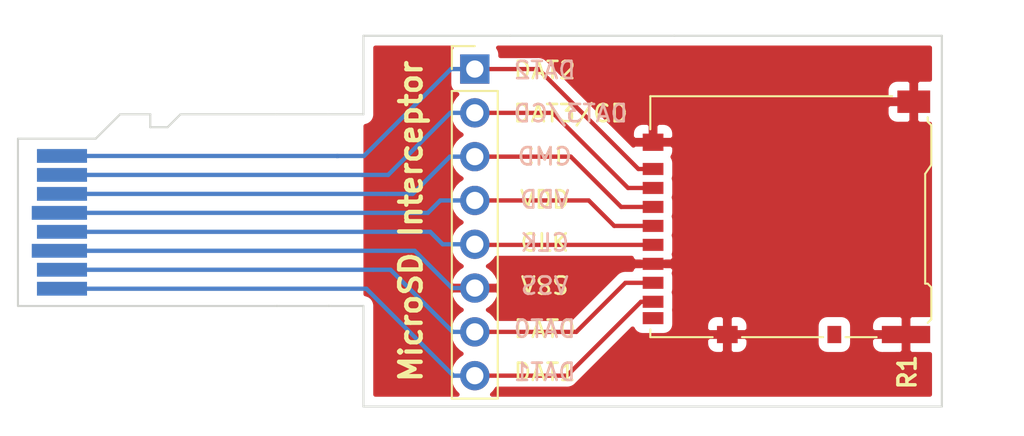
<source format=kicad_pcb>
(kicad_pcb (version 20171130) (host pcbnew 5.1.6)

  (general
    (thickness 1.6)
    (drawings 33)
    (tracks 53)
    (zones 0)
    (modules 3)
    (nets 11)
  )

  (page A4)
  (layers
    (0 F.Cu signal)
    (31 B.Cu signal)
    (32 B.Adhes user)
    (33 F.Adhes user)
    (34 B.Paste user)
    (35 F.Paste user)
    (36 B.SilkS user)
    (37 F.SilkS user)
    (38 B.Mask user)
    (39 F.Mask user)
    (40 Dwgs.User user)
    (41 Cmts.User user)
    (42 Eco1.User user)
    (43 Eco2.User user)
    (44 Edge.Cuts user)
    (45 Margin user)
    (46 B.CrtYd user)
    (47 F.CrtYd user)
    (48 B.Fab user)
    (49 F.Fab user)
  )

  (setup
    (last_trace_width 0.25)
    (trace_clearance 0.2)
    (zone_clearance 0.508)
    (zone_45_only no)
    (trace_min 0.2)
    (via_size 0.8)
    (via_drill 0.4)
    (via_min_size 0.4)
    (via_min_drill 0.3)
    (uvia_size 0.3)
    (uvia_drill 0.1)
    (uvias_allowed no)
    (uvia_min_size 0.2)
    (uvia_min_drill 0.1)
    (edge_width 0.05)
    (segment_width 0.2)
    (pcb_text_width 0.3)
    (pcb_text_size 1.5 1.5)
    (mod_edge_width 0.12)
    (mod_text_size 1 1)
    (mod_text_width 0.15)
    (pad_size 1.524 1.524)
    (pad_drill 0.762)
    (pad_to_mask_clearance 0.05)
    (aux_axis_origin 0 0)
    (visible_elements FFFFFF7F)
    (pcbplotparams
      (layerselection 0x010fc_ffffffff)
      (usegerberextensions false)
      (usegerberattributes true)
      (usegerberadvancedattributes true)
      (creategerberjobfile true)
      (excludeedgelayer true)
      (linewidth 0.100000)
      (plotframeref false)
      (viasonmask false)
      (mode 1)
      (useauxorigin false)
      (hpglpennumber 1)
      (hpglpenspeed 20)
      (hpglpendiameter 15.000000)
      (psnegative false)
      (psa4output false)
      (plotreference true)
      (plotvalue true)
      (plotinvisibletext false)
      (padsonsilk false)
      (subtractmaskfromsilk false)
      (outputformat 1)
      (mirror false)
      (drillshape 1)
      (scaleselection 1)
      (outputdirectory ""))
  )

  (net 0 "")
  (net 1 "Net-(J1-Pad1)")
  (net 2 "Net-(J1-Pad2)")
  (net 3 "Net-(J1-Pad3)")
  (net 4 "Net-(J1-Pad4)")
  (net 5 "Net-(J1-Pad5)")
  (net 6 GND)
  (net 7 "Net-(J1-Pad7)")
  (net 8 "Net-(J1-Pad8)")
  (net 9 "Net-(J3-Pad9)")
  (net 10 "Net-(J3-Pad10)")

  (net_class Default "This is the default net class."
    (clearance 0.2)
    (trace_width 0.25)
    (via_dia 0.8)
    (via_drill 0.4)
    (uvia_dia 0.3)
    (uvia_drill 0.1)
    (add_net GND)
    (add_net "Net-(J1-Pad1)")
    (add_net "Net-(J1-Pad2)")
    (add_net "Net-(J1-Pad3)")
    (add_net "Net-(J1-Pad4)")
    (add_net "Net-(J1-Pad5)")
    (add_net "Net-(J1-Pad7)")
    (add_net "Net-(J1-Pad8)")
    (add_net "Net-(J3-Pad10)")
    (add_net "Net-(J3-Pad9)")
  )

  (module Connector_Card:microSD_HC_Hirose_DM3AT-SF-PEJM5 (layer F.Cu) (tedit 5A1DBFB5) (tstamp 5F65FC19)
    (at 171.5 96.5 90)
    (descr "Micro SD, SMD, right-angle, push-pull (https://www.hirose.com/product/en/download_file/key_name/DM3AT-SF-PEJM5/category/Drawing%20(2D)/doc_file_id/44099/?file_category_id=6&item_id=06090031000&is_series=)")
    (tags "Micro SD")
    (path /5F676F50)
    (attr smd)
    (fp_text reference J3 (at -0.075 -9.525 90) (layer F.SilkS) hide
      (effects (font (size 1 1) (thickness 0.15)))
    )
    (fp_text value Micro_SD_Card_Det_Hirose_DM3AT (at -0.075 9.575 90) (layer F.Fab)
      (effects (font (size 1 1) (thickness 0.15)))
    )
    (fp_line (start -4.175 -2.725) (end -5.425 -1.825) (layer Dwgs.User) (width 0.1))
    (fp_line (start -4.875 -2.725) (end -5.425 -2.325) (layer Dwgs.User) (width 0.1))
    (fp_line (start -2.775 -2.725) (end -5 -1.125) (layer Dwgs.User) (width 0.1))
    (fp_line (start -5.425 -1.325) (end -3.475 -2.725) (layer Dwgs.User) (width 0.1))
    (fp_line (start -6.125 -0.825) (end -5.425 -1.325) (layer Dwgs.User) (width 0.1))
    (fp_line (start -6.125 -1.325) (end -5.975 -1.425) (layer Dwgs.User) (width 0.1))
    (fp_line (start -6.125 -0.325) (end -5.425 -0.825) (layer Dwgs.User) (width 0.1))
    (fp_line (start -6.125 0.175) (end -5.425 -0.325) (layer Dwgs.User) (width 0.1))
    (fp_line (start -6.125 0.675) (end -5.425 0.175) (layer Dwgs.User) (width 0.1))
    (fp_line (start -6.125 1.175) (end -5.425 0.675) (layer Dwgs.User) (width 0.1))
    (fp_line (start -6.125 1.675) (end -5.425 1.175) (layer Dwgs.User) (width 0.1))
    (fp_line (start -6.125 2.175) (end -5.425 1.675) (layer Dwgs.User) (width 0.1))
    (fp_line (start -6.125 2.675) (end -5.425 2.175) (layer Dwgs.User) (width 0.1))
    (fp_line (start -6.125 3.175) (end -5.425 2.675) (layer Dwgs.User) (width 0.1))
    (fp_line (start -6.125 3.675) (end -5.425 3.175) (layer Dwgs.User) (width 0.1))
    (fp_line (start -6.125 4.175) (end -5.425 3.675) (layer Dwgs.User) (width 0.1))
    (fp_line (start -6.125 4.675) (end -5.425 4.175) (layer Dwgs.User) (width 0.1))
    (fp_line (start -6.125 5.175) (end -5.425 4.675) (layer Dwgs.User) (width 0.1))
    (fp_line (start -6.125 5.675) (end -5.425 5.175) (layer Dwgs.User) (width 0.1))
    (fp_line (start -6.125 6.175) (end -5.425 5.675) (layer Dwgs.User) (width 0.1))
    (fp_line (start -6.475 0.225) (end -7.225 0.725) (layer Dwgs.User) (width 0.1))
    (fp_line (start -6.475 -0.275) (end -7.225 0.225) (layer Dwgs.User) (width 0.1))
    (fp_line (start -6.475 -0.775) (end -7.225 -0.275) (layer Dwgs.User) (width 0.1))
    (fp_line (start -6.475 -1.275) (end -7.225 -0.775) (layer Dwgs.User) (width 0.1))
    (fp_line (start -6.475 -1.775) (end -7.225 -1.275) (layer Dwgs.User) (width 0.1))
    (fp_line (start -6.475 -2.275) (end -7.225 -1.775) (layer Dwgs.User) (width 0.1))
    (fp_line (start -6.475 -2.775) (end -7.225 -2.275) (layer Dwgs.User) (width 0.1))
    (fp_line (start -6.475 -3.275) (end -7.225 -2.775) (layer Dwgs.User) (width 0.1))
    (fp_line (start -6.475 -3.775) (end -7.225 -3.275) (layer Dwgs.User) (width 0.1))
    (fp_line (start -6.475 -4.275) (end -7.225 -3.775) (layer Dwgs.User) (width 0.1))
    (fp_line (start -6.475 -4.775) (end -7.225 -4.275) (layer Dwgs.User) (width 0.1))
    (fp_line (start -6.475 -5.275) (end -7.225 -4.775) (layer Dwgs.User) (width 0.1))
    (fp_line (start -6.475 -5.775) (end -7.225 -5.275) (layer Dwgs.User) (width 0.1))
    (fp_line (start -6.475 -6.275) (end -7.225 -5.775) (layer Dwgs.User) (width 0.1))
    (fp_line (start -6.475 -6.775) (end -7.225 -6.275) (layer Dwgs.User) (width 0.1))
    (fp_line (start -6.475 -7.275) (end -7.225 -6.775) (layer Dwgs.User) (width 0.1))
    (fp_line (start 3.475 6.975) (end 2.925 7.875) (layer Dwgs.User) (width 0.1))
    (fp_line (start 3.975 6.975) (end 3.175 8.325) (layer Dwgs.User) (width 0.1))
    (fp_line (start 4.475 6.975) (end 3.675 8.325) (layer Dwgs.User) (width 0.1))
    (fp_line (start 4.975 6.975) (end 4.175 8.325) (layer Dwgs.User) (width 0.1))
    (fp_line (start 5.475 6.975) (end 4.675 8.325) (layer Dwgs.User) (width 0.1))
    (fp_line (start 3.005 8.385) (end 2.495 8.035) (layer F.SilkS) (width 0.12))
    (fp_line (start 5.515 8.185) (end 5.775 8.185) (layer F.SilkS) (width 0.12))
    (fp_line (start 5.315 8.385) (end 5.515 8.185) (layer F.SilkS) (width 0.12))
    (fp_line (start -4.085 8.385) (end -3.875 8.185) (layer F.SilkS) (width 0.12))
    (fp_line (start -3.875 8.035) (end -3.875 8.185) (layer F.SilkS) (width 0.12))
    (fp_line (start -3.875 8.035) (end 2.495 8.035) (layer F.SilkS) (width 0.12))
    (fp_line (start -6.975 3.425) (end -6.975 5.225) (layer F.SilkS) (width 0.12))
    (fp_line (start -6.975 -2.575) (end -6.975 2.125) (layer F.SilkS) (width 0.12))
    (fp_line (start -5.945 8.385) (end -6.145 8.185) (layer F.SilkS) (width 0.12))
    (fp_line (start -5.945 8.385) (end -4.085 8.385) (layer F.SilkS) (width 0.12))
    (fp_line (start 5.315 8.385) (end 3.005 8.385) (layer F.SilkS) (width 0.12))
    (fp_line (start -6.975 -7.885) (end -6.975 -4.275) (layer F.SilkS) (width 0.12))
    (fp_line (start -6.525 -7.885) (end -6.975 -7.885) (layer F.SilkS) (width 0.12))
    (fp_line (start 6.995 -7.885) (end 6.995 6.125) (layer F.SilkS) (width 0.12))
    (fp_line (start 5.075 -7.885) (end 6.995 -7.885) (layer F.SilkS) (width 0.12))
    (fp_line (start -7.82 8.88) (end -7.82 -8.82) (layer F.CrtYd) (width 0.05))
    (fp_line (start 7.88 8.88) (end -7.82 8.88) (layer F.CrtYd) (width 0.05))
    (fp_line (start 7.88 -8.82) (end 7.88 8.88) (layer F.CrtYd) (width 0.05))
    (fp_line (start -7.82 -8.82) (end 7.88 -8.82) (layer F.CrtYd) (width 0.05))
    (fp_line (start -7.225 0.775) (end -7.225 -7.275) (layer Dwgs.User) (width 0.1))
    (fp_line (start -6.475 0.775) (end -7.225 0.775) (layer Dwgs.User) (width 0.1))
    (fp_line (start -6.475 -7.275) (end -6.475 0.775) (layer Dwgs.User) (width 0.1))
    (fp_line (start -7.225 -7.275) (end -6.475 -7.275) (layer Dwgs.User) (width 0.1))
    (fp_line (start -6.125 6.175) (end -6.125 -1.425) (layer Dwgs.User) (width 0.1))
    (fp_line (start -5.425 6.175) (end -6.125 6.175) (layer Dwgs.User) (width 0.1))
    (fp_line (start -5.425 -2.725) (end -5.425 6.175) (layer Dwgs.User) (width 0.1))
    (fp_line (start -6.125 -1.425) (end -5.425 -1.425) (layer Dwgs.User) (width 0.1))
    (fp_line (start 2.925 8.325) (end 2.925 6.975) (layer Dwgs.User) (width 0.1))
    (fp_line (start 5.475 8.325) (end 2.925 8.325) (layer Dwgs.User) (width 0.1))
    (fp_line (start 5.475 6.975) (end 5.475 8.325) (layer Dwgs.User) (width 0.1))
    (fp_line (start 2.925 6.975) (end 5.475 6.975) (layer Dwgs.User) (width 0.1))
    (fp_line (start 3.275 -1.125) (end -5.425 -1.125) (layer Dwgs.User) (width 0.1))
    (fp_line (start 3.275 -2.725) (end 3.275 -1.125) (layer Dwgs.User) (width 0.1))
    (fp_line (start -5.425 -2.725) (end 3.275 -2.725) (layer Dwgs.User) (width 0.1))
    (fp_line (start -3.915 8.125) (end -3.915 7.975) (layer F.Fab) (width 0.1))
    (fp_line (start -6.115 8.125) (end -6.925 8.125) (layer F.Fab) (width 0.1))
    (fp_line (start 5.485 8.125) (end 6.925 8.125) (layer F.Fab) (width 0.1))
    (fp_line (start -4.115 8.325) (end -5.915 8.325) (layer F.Fab) (width 0.1))
    (fp_line (start -3.915 8.125) (end -4.115 8.325) (layer F.Fab) (width 0.1))
    (fp_line (start -5.915 8.325) (end -6.115 8.125) (layer F.Fab) (width 0.1))
    (fp_line (start 3.035 8.325) (end 2.51 7.975) (layer F.Fab) (width 0.1))
    (fp_line (start 5.285 8.325) (end 5.485 8.125) (layer F.Fab) (width 0.1))
    (fp_line (start 5.285 8.325) (end 3.035 8.325) (layer F.Fab) (width 0.1))
    (fp_line (start -6.925 8.125) (end -6.925 -7.825) (layer F.Fab) (width 0.1))
    (fp_line (start 6.925 8.125) (end 6.925 -7.825) (layer F.Fab) (width 0.1))
    (fp_line (start 6.925 -7.825) (end -6.925 -7.825) (layer F.Fab) (width 0.1))
    (fp_line (start 2.51 7.975) (end -3.915 7.975) (layer F.Fab) (width 0.1))
    (fp_line (start -5.425 9.725) (end 4.575 9.725) (layer F.Fab) (width 0.1))
    (fp_line (start -5.425 13.725) (end 4.575 13.725) (layer F.Fab) (width 0.1))
    (fp_line (start 5.075 13.225) (end 5.075 8.325) (layer F.Fab) (width 0.1))
    (fp_line (start -5.925 8.325) (end -5.925 13.225) (layer F.Fab) (width 0.1))
    (fp_line (start -2.075 -2.725) (end -4.3 -1.125) (layer Dwgs.User) (width 0.1))
    (fp_line (start -1.375 -2.725) (end -3.6 -1.125) (layer Dwgs.User) (width 0.1))
    (fp_line (start -0.675 -2.725) (end -2.9 -1.125) (layer Dwgs.User) (width 0.1))
    (fp_line (start 0.025 -2.725) (end -2.2 -1.125) (layer Dwgs.User) (width 0.1))
    (fp_line (start 0.725 -2.725) (end -1.5 -1.125) (layer Dwgs.User) (width 0.1))
    (fp_line (start 1.425 -2.725) (end -0.8 -1.125) (layer Dwgs.User) (width 0.1))
    (fp_line (start 2.125 -2.725) (end -0.1 -1.125) (layer Dwgs.User) (width 0.1))
    (fp_line (start 2.825 -2.725) (end 0.6 -1.125) (layer Dwgs.User) (width 0.1))
    (fp_line (start 3.275 -2.525) (end 1.3 -1.125) (layer Dwgs.User) (width 0.1))
    (fp_line (start 3.275 -2.025) (end 2 -1.125) (layer Dwgs.User) (width 0.1))
    (fp_line (start 3.275 -1.525) (end 2.7 -1.125) (layer Dwgs.User) (width 0.1))
    (fp_text user KEEPOUT (at -1.075 -1.925 90) (layer Cmts.User)
      (effects (font (size 1 1) (thickness 0.1)))
    )
    (fp_text user %R (at -0.075 0.375 90) (layer F.Fab)
      (effects (font (size 1 1) (thickness 0.1)))
    )
    (fp_text user KEEPOUT (at 4.2 7.65 90) (layer Cmts.User)
      (effects (font (size 0.4 0.4) (thickness 0.06)))
    )
    (fp_text user KEEPOUT (at -6.85 -3.25) (layer Cmts.User)
      (effects (font (size 0.6 0.6) (thickness 0.09)))
    )
    (fp_text user KEEPOUT (at -5.775 2.375) (layer Cmts.User)
      (effects (font (size 0.6 0.6) (thickness 0.09)))
    )
    (fp_arc (start 4.575 9.225) (end 5.075 9.225) (angle 90) (layer F.Fab) (width 0.1))
    (fp_arc (start -5.425 9.225) (end -5.425 9.725) (angle 90) (layer F.Fab) (width 0.1))
    (fp_arc (start 4.575 13.225) (end 5.075 13.225) (angle 90) (layer F.Fab) (width 0.1))
    (fp_arc (start -5.425 13.225) (end -5.425 13.725) (angle 90) (layer F.Fab) (width 0.1))
    (pad 9 smd rect (at -5.875 -7.725 90) (size 0.7 1.2) (layers F.Cu F.Paste F.Mask)
      (net 9 "Net-(J3-Pad9)"))
    (pad 8 smd rect (at -4.925 -7.725 90) (size 0.7 1.2) (layers F.Cu F.Paste F.Mask)
      (net 8 "Net-(J1-Pad8)"))
    (pad 1 smd rect (at 2.775 -7.725 90) (size 0.7 1.2) (layers F.Cu F.Paste F.Mask)
      (net 1 "Net-(J1-Pad1)"))
    (pad 2 smd rect (at 1.675 -7.725 90) (size 0.7 1.2) (layers F.Cu F.Paste F.Mask)
      (net 2 "Net-(J1-Pad2)"))
    (pad 3 smd rect (at 0.575 -7.725 90) (size 0.7 1.2) (layers F.Cu F.Paste F.Mask)
      (net 3 "Net-(J1-Pad3)"))
    (pad 4 smd rect (at -0.525 -7.725 90) (size 0.7 1.2) (layers F.Cu F.Paste F.Mask)
      (net 4 "Net-(J1-Pad4)"))
    (pad 5 smd rect (at -1.625 -7.725 90) (size 0.7 1.2) (layers F.Cu F.Paste F.Mask)
      (net 5 "Net-(J1-Pad5)"))
    (pad 6 smd rect (at -2.725 -7.725 90) (size 0.7 1.2) (layers F.Cu F.Paste F.Mask)
      (net 6 GND))
    (pad 7 smd rect (at -3.825 -7.725 90) (size 0.7 1.2) (layers F.Cu F.Paste F.Mask)
      (net 7 "Net-(J1-Pad7)"))
    (pad 11 smd rect (at 4.325 -7.725 90) (size 1 1.2) (layers F.Cu F.Paste F.Mask)
      (net 6 GND))
    (pad 11 smd rect (at -6.825 -3.425 90) (size 1 1.2) (layers F.Cu F.Paste F.Mask)
      (net 6 GND))
    (pad 10 smd rect (at -6.825 2.775 90) (size 1 0.8) (layers F.Cu F.Paste F.Mask)
      (net 10 "Net-(J3-Pad10)"))
    (pad 11 smd rect (at -6.825 6.925 90) (size 1 2.8) (layers F.Cu F.Paste F.Mask)
      (net 6 GND))
    (pad 11 smd rect (at 6.675 7.375 90) (size 1.3 1.9) (layers F.Cu F.Paste F.Mask)
      (net 6 GND))
    (model ${KISYS3DMOD}/Connector_Card.3dshapes/microSD_HC_Hirose_DM3AT-SF-PEJM5.wrl
      (at (xyz 0 0 0))
      (scale (xyz 1 1 1))
      (rotate (xyz 0 0 0))
    )
  )

  (module microsd:microsd_card (layer F.Cu) (tedit 5F657DF7) (tstamp 5F65DE8F)
    (at 126.99 101.668)
    (path /5F656A67)
    (fp_text reference J1 (at 6.75 -8.5) (layer F.SilkS) hide
      (effects (font (size 1 1) (thickness 0.15)))
    )
    (fp_text value "Micro_SD_Card male" (at 9.5 -1) (layer F.Fab)
      (effects (font (size 1 1) (thickness 0.15)))
    )
    (fp_line (start 0 -4.85) (end 15 -4.85) (layer Dwgs.User) (width 0.05))
    (fp_line (start 15 -11.1142) (end 15 0) (layer Dwgs.User) (width 0.12))
    (fp_line (start 9.4142 -11.1142) (end 15 -11.1142) (layer Edge.Cuts) (width 0.12))
    (fp_line (start 8.6642 -10.3642) (end 9.4142 -11.1142) (layer Edge.Cuts) (width 0.12))
    (fp_line (start 7.6642 -10.3642) (end 8.6642 -10.3642) (layer Edge.Cuts) (width 0.12))
    (fp_line (start 7.6642 -11.1142) (end 7.6642 -10.3642) (layer Edge.Cuts) (width 0.12))
    (fp_line (start 5.9142 -11.1142) (end 7.6642 -11.1142) (layer Edge.Cuts) (width 0.12))
    (fp_line (start 4.5 -9.7) (end 5.9142 -11.1142) (layer Edge.Cuts) (width 0.12))
    (fp_line (start 0 0) (end 15 0) (layer Edge.Cuts) (width 0.12))
    (fp_line (start 0 -9.7) (end 4.5 -9.7) (layer Edge.Cuts) (width 0.12))
    (fp_line (start 0 0) (end 0 -9.7) (layer Edge.Cuts) (width 0.12))
    (pad 1 smd rect (at 2.55 -8.7) (size 2.9 0.8) (layers B.Cu B.Paste B.Mask)
      (net 1 "Net-(J1-Pad1)"))
    (pad 2 smd rect (at 2.55 -7.6) (size 2.9 0.8) (layers B.Cu B.Paste B.Mask)
      (net 2 "Net-(J1-Pad2)"))
    (pad 3 smd rect (at 2.55 -6.5) (size 2.9 0.8) (layers B.Cu B.Paste B.Mask)
      (net 3 "Net-(J1-Pad3)"))
    (pad 4 smd rect (at 2.4 -5.4) (size 3.2 0.8) (layers B.Cu B.Paste B.Mask)
      (net 4 "Net-(J1-Pad4)"))
    (pad 5 smd rect (at 2.55 -4.3) (size 2.9 0.8) (layers B.Cu B.Paste B.Mask)
      (net 5 "Net-(J1-Pad5)"))
    (pad 6 smd rect (at 2.4 -3.2) (size 3.2 0.8) (layers B.Cu B.Paste B.Mask)
      (net 6 GND))
    (pad 7 smd rect (at 2.55 -2.1) (size 2.9 0.8) (layers B.Cu B.Paste B.Mask)
      (net 7 "Net-(J1-Pad7)"))
    (pad 8 smd rect (at 2.55 -1) (size 2.9 0.8) (layers B.Cu B.Paste B.Mask)
      (net 8 "Net-(J1-Pad8)"))
  )

  (module Connector_PinHeader_2.54mm:PinHeader_1x08_P2.54mm_Vertical (layer F.Cu) (tedit 59FED5CC) (tstamp 5F65E555)
    (at 153.45 87.93)
    (descr "Through hole straight pin header, 1x08, 2.54mm pitch, single row")
    (tags "Through hole pin header THT 1x08 2.54mm single row")
    (path /5F6628FD)
    (fp_text reference J2 (at 0 -2.33) (layer F.SilkS) hide
      (effects (font (size 1 1) (thickness 0.15)))
    )
    (fp_text value Conn_01x08_Male (at 0 20.11) (layer F.Fab)
      (effects (font (size 1 1) (thickness 0.15)))
    )
    (fp_line (start -0.635 -1.27) (end 1.27 -1.27) (layer F.Fab) (width 0.1))
    (fp_line (start 1.27 -1.27) (end 1.27 19.05) (layer F.Fab) (width 0.1))
    (fp_line (start 1.27 19.05) (end -1.27 19.05) (layer F.Fab) (width 0.1))
    (fp_line (start -1.27 19.05) (end -1.27 -0.635) (layer F.Fab) (width 0.1))
    (fp_line (start -1.27 -0.635) (end -0.635 -1.27) (layer F.Fab) (width 0.1))
    (fp_line (start -1.33 19.11) (end 1.33 19.11) (layer F.SilkS) (width 0.12))
    (fp_line (start -1.33 1.27) (end -1.33 19.11) (layer F.SilkS) (width 0.12))
    (fp_line (start 1.33 1.27) (end 1.33 19.11) (layer F.SilkS) (width 0.12))
    (fp_line (start -1.33 1.27) (end 1.33 1.27) (layer F.SilkS) (width 0.12))
    (fp_line (start -1.33 0) (end -1.33 -1.33) (layer F.SilkS) (width 0.12))
    (fp_line (start -1.33 -1.33) (end 0 -1.33) (layer F.SilkS) (width 0.12))
    (fp_line (start -1.8 -1.8) (end -1.8 19.55) (layer F.CrtYd) (width 0.05))
    (fp_line (start -1.8 19.55) (end 1.8 19.55) (layer F.CrtYd) (width 0.05))
    (fp_line (start 1.8 19.55) (end 1.8 -1.8) (layer F.CrtYd) (width 0.05))
    (fp_line (start 1.8 -1.8) (end -1.8 -1.8) (layer F.CrtYd) (width 0.05))
    (fp_text user %R (at 0 8.89 90) (layer F.Fab)
      (effects (font (size 1 1) (thickness 0.15)))
    )
    (pad 1 thru_hole rect (at 0 0) (size 1.7 1.7) (drill 1) (layers *.Cu *.Mask)
      (net 1 "Net-(J1-Pad1)"))
    (pad 2 thru_hole oval (at 0 2.54) (size 1.7 1.7) (drill 1) (layers *.Cu *.Mask)
      (net 2 "Net-(J1-Pad2)"))
    (pad 3 thru_hole oval (at 0 5.08) (size 1.7 1.7) (drill 1) (layers *.Cu *.Mask)
      (net 3 "Net-(J1-Pad3)"))
    (pad 4 thru_hole oval (at 0 7.62) (size 1.7 1.7) (drill 1) (layers *.Cu *.Mask)
      (net 4 "Net-(J1-Pad4)"))
    (pad 5 thru_hole oval (at 0 10.16) (size 1.7 1.7) (drill 1) (layers *.Cu *.Mask)
      (net 5 "Net-(J1-Pad5)"))
    (pad 6 thru_hole oval (at 0 12.7) (size 1.7 1.7) (drill 1) (layers *.Cu *.Mask)
      (net 6 GND))
    (pad 7 thru_hole oval (at 0 15.24) (size 1.7 1.7) (drill 1) (layers *.Cu *.Mask)
      (net 7 "Net-(J1-Pad7)"))
    (pad 8 thru_hole oval (at 0 17.78) (size 1.7 1.7) (drill 1) (layers *.Cu *.Mask)
      (net 8 "Net-(J1-Pad8)"))
    (model ${KISYS3DMOD}/Connector_PinHeader_2.54mm.3dshapes/PinHeader_1x08_P2.54mm_Vertical.wrl
      (at (xyz 0 0 0))
      (scale (xyz 1 1 1))
      (rotate (xyz 0 0 0))
    )
  )

  (gr_text R1 (at 178.5 105.5 90) (layer F.SilkS)
    (effects (font (size 1 1) (thickness 0.2)))
  )
  (gr_line (start 180.5 107.5) (end 165 107.5) (layer Edge.Cuts) (width 0.12))
  (gr_line (start 180.5 86) (end 180.5 107.5) (layer Edge.Cuts) (width 0.12))
  (gr_line (start 165 86) (end 180.5 86) (layer Edge.Cuts) (width 0.12))
  (gr_text "MicroSD Interceptor" (at 149.75 96.75 90) (layer F.SilkS)
    (effects (font (size 1.25 1.25) (thickness 0.25)))
  )
  (gr_text DAT1 (at 157.5 105.5) (layer B.SilkS) (tstamp 5F65E6C1)
    (effects (font (size 1 1) (thickness 0.15)) (justify mirror))
  )
  (gr_text DAT0 (at 157.5 103) (layer B.SilkS) (tstamp 5F65E6BD)
    (effects (font (size 1 1) (thickness 0.15)) (justify mirror))
  )
  (gr_text VSS (at 157.5 100.5) (layer B.SilkS) (tstamp 5F65E6B9)
    (effects (font (size 1 1) (thickness 0.15)) (justify mirror))
  )
  (gr_text CLK (at 157.5 98) (layer B.SilkS) (tstamp 5F65E6B4)
    (effects (font (size 1 1) (thickness 0.15)) (justify mirror))
  )
  (gr_text VDD (at 157.5 95.5) (layer B.SilkS) (tstamp 5F65E6B0)
    (effects (font (size 1 1) (thickness 0.15)) (justify mirror))
  )
  (gr_text CMD (at 157.5 93) (layer B.SilkS) (tstamp 5F65E6AC)
    (effects (font (size 1 1) (thickness 0.15)) (justify mirror))
  )
  (gr_text DAT3/CD (at 159 90.5) (layer B.SilkS) (tstamp 5F65E6A8)
    (effects (font (size 1 1) (thickness 0.15)) (justify mirror))
  )
  (gr_text DAT2 (at 157.5 88) (layer B.SilkS) (tstamp 5F65E6A4)
    (effects (font (size 1 1) (thickness 0.15)) (justify mirror))
  )
  (gr_poly (pts (xy 142 102.5) (xy 126 102.5) (xy 126 90) (xy 142 90)) (layer F.Mask) (width 0.1))
  (gr_text DAT1 (at 157.5 105.5) (layer F.SilkS)
    (effects (font (size 1 1) (thickness 0.15)))
  )
  (gr_text DAT0 (at 157.5 103) (layer F.SilkS)
    (effects (font (size 1 1) (thickness 0.15)))
  )
  (gr_text VSS (at 157.5 100.5) (layer F.SilkS)
    (effects (font (size 1 1) (thickness 0.15)))
  )
  (gr_text CLK (at 157.5 98) (layer F.SilkS)
    (effects (font (size 1 1) (thickness 0.15)))
  )
  (gr_text VDD (at 157.5 95.5) (layer F.SilkS)
    (effects (font (size 1 1) (thickness 0.15)))
  )
  (gr_text CMD (at 157.5 93) (layer F.SilkS) (tstamp 5F65E5E2)
    (effects (font (size 1 1) (thickness 0.15)))
  )
  (gr_text DAT3/CD (at 159 90.5) (layer F.SilkS) (tstamp 5F65E5E7)
    (effects (font (size 1 1) (thickness 0.15)))
  )
  (gr_text DAT2 (at 157.5 88) (layer F.SilkS)
    (effects (font (size 1 1) (thickness 0.15)))
  )
  (gr_line (start 165 86) (end 155.5 86) (layer Edge.Cuts) (width 0.12) (tstamp 5F65E59A))
  (gr_line (start 155.5 107.5) (end 165 107.5) (layer Edge.Cuts) (width 0.12))
  (gr_line (start 147 86) (end 147 90.5538) (layer Edge.Cuts) (width 0.12) (tstamp 5F65E519))
  (gr_line (start 155.5 86) (end 147 86) (layer Edge.Cuts) (width 0.12))
  (gr_line (start 147 107.5) (end 147 101.668) (layer Edge.Cuts) (width 0.12) (tstamp 5F65E513))
  (gr_line (start 155.5 107.5) (end 147 107.5) (layer Edge.Cuts) (width 0.12))
  (gr_line (start 141.98 96.82) (end 175 96.82) (layer Dwgs.User) (width 0.12))
  (gr_line (start 145 101.668) (end 147 101.668) (layer Edge.Cuts) (width 0.12))
  (gr_line (start 145 90.5538) (end 147 90.5538) (layer Edge.Cuts) (width 0.12))
  (gr_line (start 141.99 101.668) (end 145 101.668) (layer Edge.Cuts) (width 0.12))
  (gr_line (start 141.99 90.5538) (end 145 90.5538) (layer Edge.Cuts) (width 0.12) (tstamp 5F65DF9E))

  (segment (start 153.45 87.93) (end 152.07 87.93) (width 0.25) (layer B.Cu) (net 1))
  (segment (start 152.07 87.93) (end 147.032 92.968) (width 0.25) (layer B.Cu) (net 1))
  (segment (start 145.468 92.968) (end 145.532 92.968) (width 0.25) (layer B.Cu) (net 1))
  (segment (start 147.032 92.968) (end 145.468 92.968) (width 0.25) (layer B.Cu) (net 1))
  (segment (start 129.54 92.968) (end 145.468 92.968) (width 0.25) (layer B.Cu) (net 1))
  (segment (start 157.13 87.93) (end 153.45 87.93) (width 0.25) (layer F.Cu) (net 1))
  (segment (start 162.925 93.725) (end 157.13 87.93) (width 0.25) (layer F.Cu) (net 1))
  (segment (start 163.775 93.725) (end 162.925 93.725) (width 0.25) (layer F.Cu) (net 1))
  (segment (start 129.54 94.068) (end 146.932 94.068) (width 0.25) (layer B.Cu) (net 2))
  (segment (start 153.45 90.47) (end 152.03 90.47) (width 0.25) (layer B.Cu) (net 2))
  (segment (start 148.432 94.068) (end 146.932 94.068) (width 0.25) (layer B.Cu) (net 2))
  (segment (start 152.03 90.47) (end 148.432 94.068) (width 0.25) (layer B.Cu) (net 2))
  (segment (start 163.775 94.825) (end 162.325 94.825) (width 0.25) (layer F.Cu) (net 2))
  (segment (start 157.97 90.47) (end 153.45 90.47) (width 0.25) (layer F.Cu) (net 2))
  (segment (start 162.325 94.825) (end 157.97 90.47) (width 0.25) (layer F.Cu) (net 2))
  (segment (start 129.54 95.168) (end 148.332 95.168) (width 0.25) (layer B.Cu) (net 3))
  (segment (start 153.45 93.01) (end 152.01 93.01) (width 0.25) (layer B.Cu) (net 3))
  (segment (start 149.852 95.168) (end 148.332 95.168) (width 0.25) (layer B.Cu) (net 3))
  (segment (start 152.01 93.01) (end 149.852 95.168) (width 0.25) (layer B.Cu) (net 3))
  (segment (start 163.775 95.925) (end 161.925 95.925) (width 0.25) (layer F.Cu) (net 3))
  (segment (start 159.01 93.01) (end 153.45 93.01) (width 0.25) (layer F.Cu) (net 3))
  (segment (start 161.925 95.925) (end 159.01 93.01) (width 0.25) (layer F.Cu) (net 3))
  (segment (start 151.45 95.55) (end 153.45 95.55) (width 0.25) (layer B.Cu) (net 4))
  (segment (start 150.732 96.268) (end 151.45 95.55) (width 0.25) (layer B.Cu) (net 4))
  (segment (start 129.39 96.268) (end 150.732 96.268) (width 0.25) (layer B.Cu) (net 4))
  (segment (start 163.775 97.025) (end 161.525 97.025) (width 0.25) (layer F.Cu) (net 4))
  (segment (start 160.05 95.55) (end 153.45 95.55) (width 0.25) (layer F.Cu) (net 4))
  (segment (start 161.525 97.025) (end 160.05 95.55) (width 0.25) (layer F.Cu) (net 4))
  (segment (start 151.59 98.09) (end 153.45 98.09) (width 0.25) (layer B.Cu) (net 5))
  (segment (start 150.868 97.368) (end 151.59 98.09) (width 0.25) (layer B.Cu) (net 5))
  (segment (start 129.54 97.368) (end 150.868 97.368) (width 0.25) (layer B.Cu) (net 5))
  (segment (start 153.485 98.125) (end 153.45 98.09) (width 0.25) (layer F.Cu) (net 5))
  (segment (start 163.775 98.125) (end 153.485 98.125) (width 0.25) (layer F.Cu) (net 5))
  (segment (start 129.39 98.468) (end 148.468 98.468) (width 0.25) (layer B.Cu) (net 6))
  (segment (start 153.45 100.63) (end 152.13 100.63) (width 0.25) (layer B.Cu) (net 6))
  (segment (start 149.968 98.468) (end 148.468 98.468) (width 0.25) (layer B.Cu) (net 6))
  (segment (start 152.13 100.63) (end 149.968 98.468) (width 0.25) (layer B.Cu) (net 6))
  (segment (start 163.775 99.225) (end 161.275 99.225) (width 0.25) (layer F.Cu) (net 6))
  (segment (start 159.87 100.63) (end 153.45 100.63) (width 0.25) (layer F.Cu) (net 6))
  (segment (start 161.275 99.225) (end 159.87 100.63) (width 0.25) (layer F.Cu) (net 6))
  (segment (start 129.54 99.568) (end 147.568 99.568) (width 0.25) (layer B.Cu) (net 7))
  (segment (start 153.45 103.17) (end 152.17 103.17) (width 0.25) (layer B.Cu) (net 7))
  (segment (start 148.568 99.568) (end 147.568 99.568) (width 0.25) (layer B.Cu) (net 7))
  (segment (start 152.17 103.17) (end 148.568 99.568) (width 0.25) (layer B.Cu) (net 7))
  (segment (start 163.775 100.325) (end 162.175 100.325) (width 0.25) (layer F.Cu) (net 7))
  (segment (start 159.33 103.17) (end 153.45 103.17) (width 0.25) (layer F.Cu) (net 7))
  (segment (start 162.175 100.325) (end 159.33 103.17) (width 0.25) (layer F.Cu) (net 7))
  (segment (start 129.54 100.668) (end 147.168 100.668) (width 0.25) (layer B.Cu) (net 8))
  (segment (start 152.21 105.71) (end 153.45 105.71) (width 0.25) (layer B.Cu) (net 8))
  (segment (start 147.168 100.668) (end 152.21 105.71) (width 0.25) (layer B.Cu) (net 8))
  (segment (start 163.775 101.425) (end 163.075 101.425) (width 0.25) (layer F.Cu) (net 8))
  (segment (start 158.79 105.71) (end 153.45 105.71) (width 0.25) (layer F.Cu) (net 8))
  (segment (start 163.075 101.425) (end 158.79 105.71) (width 0.25) (layer F.Cu) (net 8))

  (zone (net 0) (net_name "") (layer F.Cu) (tstamp 0) (hatch edge 0.508)
    (connect_pads (clearance 0.508))
    (min_thickness 0.254)
    (keepout (tracks not_allowed) (vias not_allowed) (copperpour not_allowed))
    (fill (arc_segments 32) (thermal_gap 0.508) (thermal_bridge_width 0.508))
    (polygon
      (pts
        (xy 142 102.5) (xy 126 102.5) (xy 126 90) (xy 142 90)
      )
    )
  )
  (zone (net 6) (net_name GND) (layer F.Cu) (tstamp 0) (hatch edge 0.508)
    (connect_pads (clearance 0.508))
    (min_thickness 0.254)
    (fill yes (arc_segments 32) (thermal_gap 0.508) (thermal_bridge_width 0.508))
    (polygon
      (pts
        (xy 180.5 107.5) (xy 147 107.5) (xy 147 86) (xy 180.5 86)
      )
    )
    (filled_polygon
      (pts
        (xy 152.069463 86.725506) (xy 152.010498 86.83582) (xy 151.974188 86.955518) (xy 151.961928 87.08) (xy 151.961928 88.78)
        (xy 151.974188 88.904482) (xy 152.010498 89.02418) (xy 152.069463 89.134494) (xy 152.148815 89.231185) (xy 152.245506 89.310537)
        (xy 152.35582 89.369502) (xy 152.42838 89.391513) (xy 152.296525 89.523368) (xy 152.13401 89.766589) (xy 152.022068 90.036842)
        (xy 151.965 90.32374) (xy 151.965 90.61626) (xy 152.022068 90.903158) (xy 152.13401 91.173411) (xy 152.296525 91.416632)
        (xy 152.503368 91.623475) (xy 152.67776 91.74) (xy 152.503368 91.856525) (xy 152.296525 92.063368) (xy 152.13401 92.306589)
        (xy 152.022068 92.576842) (xy 151.965 92.86374) (xy 151.965 93.15626) (xy 152.022068 93.443158) (xy 152.13401 93.713411)
        (xy 152.296525 93.956632) (xy 152.503368 94.163475) (xy 152.67776 94.28) (xy 152.503368 94.396525) (xy 152.296525 94.603368)
        (xy 152.13401 94.846589) (xy 152.022068 95.116842) (xy 151.965 95.40374) (xy 151.965 95.69626) (xy 152.022068 95.983158)
        (xy 152.13401 96.253411) (xy 152.296525 96.496632) (xy 152.503368 96.703475) (xy 152.67776 96.82) (xy 152.503368 96.936525)
        (xy 152.296525 97.143368) (xy 152.13401 97.386589) (xy 152.022068 97.656842) (xy 151.965 97.94374) (xy 151.965 98.23626)
        (xy 152.022068 98.523158) (xy 152.13401 98.793411) (xy 152.296525 99.036632) (xy 152.503368 99.243475) (xy 152.685534 99.365195)
        (xy 152.568645 99.434822) (xy 152.352412 99.629731) (xy 152.178359 99.86308) (xy 152.053175 100.125901) (xy 152.008524 100.27311)
        (xy 152.129845 100.503) (xy 153.323 100.503) (xy 153.323 100.483) (xy 153.577 100.483) (xy 153.577 100.503)
        (xy 154.770155 100.503) (xy 154.891476 100.27311) (xy 154.846825 100.125901) (xy 154.721641 99.86308) (xy 154.547588 99.629731)
        (xy 154.331355 99.434822) (xy 154.214466 99.365195) (xy 154.396632 99.243475) (xy 154.603475 99.036632) (xy 154.704792 98.885)
        (xy 162.537406 98.885) (xy 162.54 98.93925) (xy 162.69875 99.098) (xy 163.041248 99.098) (xy 163.050518 99.100812)
        (xy 163.175 99.113072) (xy 164.375 99.113072) (xy 164.499482 99.100812) (xy 164.508752 99.098) (xy 164.85125 99.098)
        (xy 165.01 98.93925) (xy 165.013072 98.875) (xy 165.000812 98.750518) (xy 164.977904 98.675) (xy 165.000812 98.599482)
        (xy 165.013072 98.475) (xy 165.013072 97.775) (xy 165.000812 97.650518) (xy 164.977904 97.575) (xy 165.000812 97.499482)
        (xy 165.013072 97.375) (xy 165.013072 96.675) (xy 165.000812 96.550518) (xy 164.977904 96.475) (xy 165.000812 96.399482)
        (xy 165.013072 96.275) (xy 165.013072 95.575) (xy 165.000812 95.450518) (xy 164.977904 95.375) (xy 165.000812 95.299482)
        (xy 165.013072 95.175) (xy 165.013072 94.475) (xy 165.000812 94.350518) (xy 164.977904 94.275) (xy 165.000812 94.199482)
        (xy 165.013072 94.075) (xy 165.013072 93.375) (xy 165.000812 93.250518) (xy 164.964502 93.13082) (xy 164.907939 93.025)
        (xy 164.964502 92.91918) (xy 165.000812 92.799482) (xy 165.013072 92.675) (xy 165.01 92.46075) (xy 164.85125 92.302)
        (xy 163.902 92.302) (xy 163.902 92.322) (xy 163.648 92.322) (xy 163.648 92.302) (xy 162.69875 92.302)
        (xy 162.637776 92.362974) (xy 161.949802 91.675) (xy 162.536928 91.675) (xy 162.54 91.88925) (xy 162.69875 92.048)
        (xy 163.648 92.048) (xy 163.648 91.19875) (xy 163.902 91.19875) (xy 163.902 92.048) (xy 164.85125 92.048)
        (xy 165.01 91.88925) (xy 165.013072 91.675) (xy 165.000812 91.550518) (xy 164.964502 91.43082) (xy 164.905537 91.320506)
        (xy 164.826185 91.223815) (xy 164.729494 91.144463) (xy 164.61918 91.085498) (xy 164.499482 91.049188) (xy 164.375 91.036928)
        (xy 164.06075 91.04) (xy 163.902 91.19875) (xy 163.648 91.19875) (xy 163.48925 91.04) (xy 163.175 91.036928)
        (xy 163.050518 91.049188) (xy 162.93082 91.085498) (xy 162.820506 91.144463) (xy 162.723815 91.223815) (xy 162.644463 91.320506)
        (xy 162.585498 91.43082) (xy 162.549188 91.550518) (xy 162.536928 91.675) (xy 161.949802 91.675) (xy 160.749802 90.475)
        (xy 177.286928 90.475) (xy 177.299188 90.599482) (xy 177.335498 90.71918) (xy 177.394463 90.829494) (xy 177.473815 90.926185)
        (xy 177.570506 91.005537) (xy 177.68082 91.064502) (xy 177.800518 91.100812) (xy 177.925 91.113072) (xy 178.58925 91.11)
        (xy 178.748 90.95125) (xy 178.748 89.952) (xy 177.44875 89.952) (xy 177.29 90.11075) (xy 177.286928 90.475)
        (xy 160.749802 90.475) (xy 159.449802 89.175) (xy 177.286928 89.175) (xy 177.29 89.53925) (xy 177.44875 89.698)
        (xy 178.748 89.698) (xy 178.748 88.69875) (xy 178.58925 88.54) (xy 177.925 88.536928) (xy 177.800518 88.549188)
        (xy 177.68082 88.585498) (xy 177.570506 88.644463) (xy 177.473815 88.723815) (xy 177.394463 88.820506) (xy 177.335498 88.93082)
        (xy 177.299188 89.050518) (xy 177.286928 89.175) (xy 159.449802 89.175) (xy 157.693804 87.419003) (xy 157.670001 87.389999)
        (xy 157.554276 87.295026) (xy 157.422247 87.224454) (xy 157.278986 87.180997) (xy 157.167333 87.17) (xy 157.167322 87.17)
        (xy 157.13 87.166324) (xy 157.092678 87.17) (xy 154.938072 87.17) (xy 154.938072 87.08) (xy 154.925812 86.955518)
        (xy 154.889502 86.83582) (xy 154.830537 86.725506) (xy 154.805501 86.695) (xy 179.805 86.695) (xy 179.805 88.53702)
        (xy 179.16075 88.54) (xy 179.002 88.69875) (xy 179.002 89.698) (xy 179.022 89.698) (xy 179.022 89.952)
        (xy 179.002 89.952) (xy 179.002 90.95125) (xy 179.16075 91.11) (xy 179.805 91.11298) (xy 179.805001 102.186983)
        (xy 178.71075 102.19) (xy 178.552 102.34875) (xy 178.552 103.198) (xy 178.572 103.198) (xy 178.572 103.452)
        (xy 178.552 103.452) (xy 178.552 104.30125) (xy 178.71075 104.46) (xy 179.805001 104.463017) (xy 179.805001 106.805)
        (xy 154.455107 106.805) (xy 154.603475 106.656632) (xy 154.728178 106.47) (xy 158.752678 106.47) (xy 158.79 106.473676)
        (xy 158.827322 106.47) (xy 158.827333 106.47) (xy 158.938986 106.459003) (xy 159.082247 106.415546) (xy 159.214276 106.344974)
        (xy 159.330001 106.250001) (xy 159.353804 106.220997) (xy 161.749801 103.825) (xy 166.836928 103.825) (xy 166.849188 103.949482)
        (xy 166.885498 104.06918) (xy 166.944463 104.179494) (xy 167.023815 104.276185) (xy 167.120506 104.355537) (xy 167.23082 104.414502)
        (xy 167.350518 104.450812) (xy 167.475 104.463072) (xy 167.78925 104.46) (xy 167.948 104.30125) (xy 167.948 103.452)
        (xy 168.202 103.452) (xy 168.202 104.30125) (xy 168.36075 104.46) (xy 168.675 104.463072) (xy 168.799482 104.450812)
        (xy 168.91918 104.414502) (xy 169.029494 104.355537) (xy 169.126185 104.276185) (xy 169.205537 104.179494) (xy 169.264502 104.06918)
        (xy 169.300812 103.949482) (xy 169.313072 103.825) (xy 169.31 103.61075) (xy 169.15125 103.452) (xy 168.202 103.452)
        (xy 167.948 103.452) (xy 166.99875 103.452) (xy 166.84 103.61075) (xy 166.836928 103.825) (xy 161.749801 103.825)
        (xy 162.592508 102.982294) (xy 162.644463 103.079494) (xy 162.723815 103.176185) (xy 162.820506 103.255537) (xy 162.93082 103.314502)
        (xy 163.050518 103.350812) (xy 163.175 103.363072) (xy 164.375 103.363072) (xy 164.499482 103.350812) (xy 164.61918 103.314502)
        (xy 164.729494 103.255537) (xy 164.826185 103.176185) (xy 164.905537 103.079494) (xy 164.964502 102.96918) (xy 165.000812 102.849482)
        (xy 165.003223 102.825) (xy 166.836928 102.825) (xy 166.84 103.03925) (xy 166.99875 103.198) (xy 167.948 103.198)
        (xy 167.948 102.34875) (xy 168.202 102.34875) (xy 168.202 103.198) (xy 169.15125 103.198) (xy 169.31 103.03925)
        (xy 169.313072 102.825) (xy 173.236928 102.825) (xy 173.236928 103.825) (xy 173.249188 103.949482) (xy 173.285498 104.06918)
        (xy 173.344463 104.179494) (xy 173.423815 104.276185) (xy 173.520506 104.355537) (xy 173.63082 104.414502) (xy 173.750518 104.450812)
        (xy 173.875 104.463072) (xy 174.675 104.463072) (xy 174.799482 104.450812) (xy 174.91918 104.414502) (xy 175.029494 104.355537)
        (xy 175.126185 104.276185) (xy 175.205537 104.179494) (xy 175.264502 104.06918) (xy 175.300812 103.949482) (xy 175.313072 103.825)
        (xy 176.386928 103.825) (xy 176.399188 103.949482) (xy 176.435498 104.06918) (xy 176.494463 104.179494) (xy 176.573815 104.276185)
        (xy 176.670506 104.355537) (xy 176.78082 104.414502) (xy 176.900518 104.450812) (xy 177.025 104.463072) (xy 178.13925 104.46)
        (xy 178.298 104.30125) (xy 178.298 103.452) (xy 176.54875 103.452) (xy 176.39 103.61075) (xy 176.386928 103.825)
        (xy 175.313072 103.825) (xy 175.313072 102.825) (xy 176.386928 102.825) (xy 176.39 103.03925) (xy 176.54875 103.198)
        (xy 178.298 103.198) (xy 178.298 102.34875) (xy 178.13925 102.19) (xy 177.025 102.186928) (xy 176.900518 102.199188)
        (xy 176.78082 102.235498) (xy 176.670506 102.294463) (xy 176.573815 102.373815) (xy 176.494463 102.470506) (xy 176.435498 102.58082)
        (xy 176.399188 102.700518) (xy 176.386928 102.825) (xy 175.313072 102.825) (xy 175.300812 102.700518) (xy 175.264502 102.58082)
        (xy 175.205537 102.470506) (xy 175.126185 102.373815) (xy 175.029494 102.294463) (xy 174.91918 102.235498) (xy 174.799482 102.199188)
        (xy 174.675 102.186928) (xy 173.875 102.186928) (xy 173.750518 102.199188) (xy 173.63082 102.235498) (xy 173.520506 102.294463)
        (xy 173.423815 102.373815) (xy 173.344463 102.470506) (xy 173.285498 102.58082) (xy 173.249188 102.700518) (xy 173.236928 102.825)
        (xy 169.313072 102.825) (xy 169.300812 102.700518) (xy 169.264502 102.58082) (xy 169.205537 102.470506) (xy 169.126185 102.373815)
        (xy 169.029494 102.294463) (xy 168.91918 102.235498) (xy 168.799482 102.199188) (xy 168.675 102.186928) (xy 168.36075 102.19)
        (xy 168.202 102.34875) (xy 167.948 102.34875) (xy 167.78925 102.19) (xy 167.475 102.186928) (xy 167.350518 102.199188)
        (xy 167.23082 102.235498) (xy 167.120506 102.294463) (xy 167.023815 102.373815) (xy 166.944463 102.470506) (xy 166.885498 102.58082)
        (xy 166.849188 102.700518) (xy 166.836928 102.825) (xy 165.003223 102.825) (xy 165.013072 102.725) (xy 165.013072 102.025)
        (xy 165.000812 101.900518) (xy 165.000655 101.9) (xy 165.000812 101.899482) (xy 165.013072 101.775) (xy 165.013072 101.075)
        (xy 165.000812 100.950518) (xy 164.977904 100.875) (xy 165.000812 100.799482) (xy 165.013072 100.675) (xy 165.013072 99.975)
        (xy 165.000812 99.850518) (xy 164.977904 99.775) (xy 165.000812 99.699482) (xy 165.013072 99.575) (xy 165.01 99.51075)
        (xy 164.85125 99.352) (xy 164.508752 99.352) (xy 164.499482 99.349188) (xy 164.375 99.336928) (xy 163.175 99.336928)
        (xy 163.050518 99.349188) (xy 163.041248 99.352) (xy 162.69875 99.352) (xy 162.54 99.51075) (xy 162.537406 99.565)
        (xy 162.212333 99.565) (xy 162.175 99.561323) (xy 162.137667 99.565) (xy 162.026014 99.575997) (xy 161.882753 99.619454)
        (xy 161.750724 99.690026) (xy 161.634999 99.784999) (xy 161.611201 99.813997) (xy 159.015199 102.41) (xy 154.728178 102.41)
        (xy 154.603475 102.223368) (xy 154.396632 102.016525) (xy 154.214466 101.894805) (xy 154.331355 101.825178) (xy 154.547588 101.630269)
        (xy 154.721641 101.39692) (xy 154.846825 101.134099) (xy 154.891476 100.98689) (xy 154.770155 100.757) (xy 153.577 100.757)
        (xy 153.577 100.777) (xy 153.323 100.777) (xy 153.323 100.757) (xy 152.129845 100.757) (xy 152.008524 100.98689)
        (xy 152.053175 101.134099) (xy 152.178359 101.39692) (xy 152.352412 101.630269) (xy 152.568645 101.825178) (xy 152.685534 101.894805)
        (xy 152.503368 102.016525) (xy 152.296525 102.223368) (xy 152.13401 102.466589) (xy 152.022068 102.736842) (xy 151.965 103.02374)
        (xy 151.965 103.31626) (xy 152.022068 103.603158) (xy 152.13401 103.873411) (xy 152.296525 104.116632) (xy 152.503368 104.323475)
        (xy 152.67776 104.44) (xy 152.503368 104.556525) (xy 152.296525 104.763368) (xy 152.13401 105.006589) (xy 152.022068 105.276842)
        (xy 151.965 105.56374) (xy 151.965 105.85626) (xy 152.022068 106.143158) (xy 152.13401 106.413411) (xy 152.296525 106.656632)
        (xy 152.444893 106.805) (xy 147.695 106.805) (xy 147.695 101.702135) (xy 147.698362 101.668) (xy 147.689086 101.573815)
        (xy 147.684943 101.531756) (xy 147.645202 101.400748) (xy 147.580667 101.280011) (xy 147.493817 101.174183) (xy 147.387989 101.087333)
        (xy 147.267252 101.022798) (xy 147.136244 100.983057) (xy 147.127 100.982147) (xy 147.127 91.239653) (xy 147.136244 91.238743)
        (xy 147.267252 91.199002) (xy 147.387989 91.134467) (xy 147.493817 91.047617) (xy 147.580667 90.941789) (xy 147.645202 90.821052)
        (xy 147.684943 90.690044) (xy 147.695 90.587935) (xy 147.698362 90.5538) (xy 147.695 90.519665) (xy 147.695 86.695)
        (xy 152.094499 86.695)
      )
    )
  )
)

</source>
